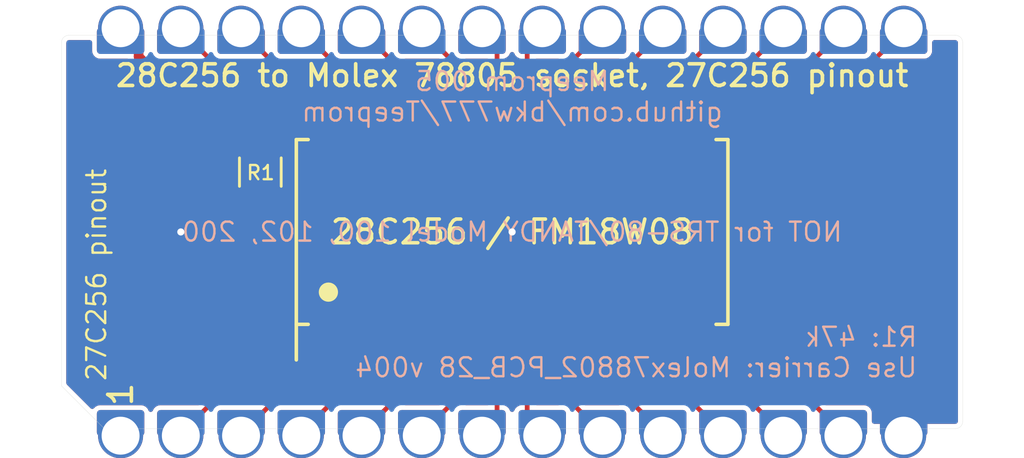
<source format=kicad_pcb>
(kicad_pcb (version 20211014) (generator pcbnew)
  (title_block (title "Meeprom") (date "2022-12-22") (rev "005") (company "Brian K. White b.kenyon.w@gmail.com") (comment 1 "CC-BY-SA") (comment 2 "github.com/bkw777/Teeprom") (comment 3 "28C256 to Molex 78805 socket with 27C256 pinout"))
  (layers (0 "F.Cu" signal "Top") (31 "B.Cu" signal "Bottom") (34 "B.Paste" user) (35 "F.Paste" user) (36 "B.SilkS" user "B.Silkscreen") (37 "F.SilkS" user "F.Silkscreen") (38 "B.Mask" user) (39 "F.Mask" user) (44 "Edge.Cuts" user))
  (net 0 "")
  (net 1 "/D3")
  (net 2 "/A10")
  (net 3 "/D4")
  (net 4 "/A7")
  (net 5 "/D5")
  (net 6 "/A6")
  (net 7 "/D6")
  (net 8 "/A5")
  (net 9 "/D7")
  (net 10 "/A4")
  (net 11 "/A11")
  (net 12 "/A3")
  (net 13 "/~{OE}")
  (net 14 "/A2")
  (net 15 "/A13")
  (net 16 "/A1")
  (net 17 "/A0")
  (net 18 "/A12")
  (net 19 "/D0")
  (net 20 "/A9")
  (net 21 "/D1")
  (net 22 "/A8")
  (net 23 "/D2")
  (net 24 "/~{CE}")
  (net 25 "/A14")
  (net 26 "/~{WE}")
  (net 27 "VCC")
  (net 28 "GND")
  (footprint "000_LOCAL:SOIC-28W" (layer "F.Cu") (at 147.2184 99.187 90)
    (fp_text reference "U1" hide)
    (fp_text value "28C256 / FM18W08" (at 0 0) (layer "F.SilkS"))
    (fp_line (start 3.9 9.1) (end 3.9 8.6) (layer "F.SilkS") (width 0.15))
    (fp_line (start 3.9 -9.1) (end 3.9 -8.6) (layer "F.SilkS") (width 0.15))
    (fp_line (start -3.9 9.1) (end -3.9 8.6) (layer "F.SilkS") (width 0.15))
    (fp_line (start -5.4 -9.1) (end 3.9 -9.1) (layer "F.SilkS") (width 0.15))
    (fp_line (start -3.9 9.1) (end 3.9 9.1) (layer "F.SilkS") (width 0.15))
    (fp_line (start -3.9 -9.1) (end -3.9 -8.6) (layer "F.SilkS") (width 0.15))
    (fp_circle (center -2.54 -7.747) (end -2.3368 -7.747) (layer "F.SilkS") (width 0.4064) (fill none))
    (pad "1" smd roundrect locked (at -4.7 -8.255 90) (size 1.5 0.6) (layers "F.Cu" "F.Paste" "F.Mask") (net 25 "/A14"))
    (pad "2" smd roundrect locked (at -4.7 -6.985 90) (size 1.5 0.6) (layers "F.Cu" "F.Paste" "F.Mask") (net 18 "/A12"))
    (pad "3" smd roundrect locked (at -4.7 -5.715 90) (size 1.5 0.6) (layers "F.Cu" "F.Paste" "F.Mask") (net 4 "/A7"))
    (pad "4" smd roundrect locked (at -4.7 -4.445 90) (size 1.5 0.6) (layers "F.Cu" "F.Paste" "F.Mask") (net 6 "/A6"))
    (pad "5" smd roundrect locked (at -4.7 -3.175 90) (size 1.5 0.6) (layers "F.Cu" "F.Paste" "F.Mask") (net 8 "/A5"))
    (pad "6" smd roundrect locked (at -4.7 -1.905 90) (size 1.5 0.6) (layers "F.Cu" "F.Paste" "F.Mask") (net 10 "/A4"))
    (pad "7" smd roundrect locked (at -4.7 -0.635 90) (size 1.5 0.6) (layers "F.Cu" "F.Paste" "F.Mask") (net 12 "/A3"))
    (pad "8" smd roundrect locked (at -4.7 0.635 90) (size 1.5 0.6) (layers "F.Cu" "F.Paste" "F.Mask") (net 14 "/A2"))
    (pad "9" smd roundrect locked (at -4.7 1.905 90) (size 1.5 0.6) (layers "F.Cu" "F.Paste" "F.Mask") (net 16 "/A1"))
    (pad "10" smd roundrect locked (at -4.7 3.175 90) (size 1.5 0.6) (layers "F.Cu" "F.Paste" "F.Mask") (net 17 "/A0"))
    (pad "11" smd roundrect locked (at -4.7 4.445 90) (size 1.5 0.6) (layers "F.Cu" "F.Paste" "F.Mask") (net 19 "/D0"))
    (pad "12" smd roundrect locked (at -4.7 5.715 90) (size 1.5 0.6) (layers "F.Cu" "F.Paste" "F.Mask") (net 21 "/D1"))
    (pad "13" smd roundrect locked (at -4.7 6.985 90) (size 1.5 0.6) (layers "F.Cu" "F.Paste" "F.Mask") (net 23 "/D2"))
    (pad "14" smd roundrect locked (at -4.7 8.255 90) (size 1.5 0.6) (layers "F.Cu" "F.Paste" "F.Mask") (net 28 "GND"))
    (pad "15" smd roundrect locked (at 4.7 8.255 90) (size 1.5 0.6) (layers "F.Cu" "F.Paste" "F.Mask") (net 1 "/D3"))
    (pad "16" smd roundrect locked (at 4.7 6.985 90) (size 1.5 0.6) (layers "F.Cu" "F.Paste" "F.Mask") (net 3 "/D4"))
    (pad "17" smd roundrect locked (at 4.7 5.715 90) (size 1.5 0.6) (layers "F.Cu" "F.Paste" "F.Mask") (net 5 "/D5"))
    (pad "18" smd roundrect locked (at 4.7 4.445 90) (size 1.5 0.6) (layers "F.Cu" "F.Paste" "F.Mask") (net 7 "/D6"))
    (pad "19" smd roundrect locked (at 4.7 3.175 90) (size 1.5 0.6) (layers "F.Cu" "F.Paste" "F.Mask") (net 9 "/D7"))
    (pad "20" smd roundrect locked (at 4.7 1.905 90) (size 1.5 0.6) (layers "F.Cu" "F.Paste" "F.Mask") (net 24 "/~{CE}"))
    (pad "21" smd roundrect locked (at 4.7 0.635 90) (size 1.5 0.6) (layers "F.Cu" "F.Paste" "F.Mask") (net 2 "/A10"))
    (pad "22" smd roundrect locked (at 4.7 -0.635 90) (size 1.5 0.6) (layers "F.Cu" "F.Paste" "F.Mask") (net 13 "/~{OE}"))
    (pad "23" smd roundrect locked (at 4.7 -1.905 90) (size 1.5 0.6) (layers "F.Cu" "F.Paste" "F.Mask") (net 11 "/A11"))
    (pad "24" smd roundrect locked (at 4.7 -3.175 90) (size 1.5 0.6) (layers "F.Cu" "F.Paste" "F.Mask") (net 20 "/A9"))
    (pad "25" smd roundrect locked (at 4.7 -4.445 90) (size 1.5 0.6) (layers "F.Cu" "F.Paste" "F.Mask") (net 22 "/A8"))
    (pad "26" smd roundrect locked (at 4.7 -5.715 90) (size 1.5 0.6) (layers "F.Cu" "F.Paste" "F.Mask") (net 15 "/A13"))
    (pad "27" smd roundrect locked (at 4.7 -6.985 90) (size 1.5 0.6) (layers "F.Cu" "F.Paste" "F.Mask") (net 26 "/~{WE}"))
    (pad "28" smd roundrect locked (at 4.7 -8.255 90) (size 1.5 0.6) (layers "F.Cu" "F.Paste" "F.Mask") (net 27 "VCC"))
  )
  (footprint "000_LOCAL:R_0805" (layer "F.Cu") (at 136.6012 96.6597 90)
    (fp_text reference "R1" (at -0.0273 0.0127 unlocked) (layer "F.SilkS") (effects (font (size 0.6 0.6) (thickness 0.1))))
    (fp_text value "47k")
    (fp_line (start 0.6 0.88) (end -0.6 0.88) (layer "F.SilkS") (width 0.12))
    (fp_line (start -0.6 -0.88) (end 0.6 -0.88) (layer "F.SilkS") (width 0.12))
    (pad "1" smd roundrect locked (at -0.95 0 90) (size 0.7 1.3) (layers "F.Cu" "F.Paste" "F.Mask") (roundrect_rratio 0.1) (net 26 "/~{WE}"))
    (pad "2" smd roundrect locked (at 0.95 0 90) (size 0.7 1.3) (layers "F.Cu" "F.Paste" "F.Mask") (roundrect_rratio 0.1) (net 27 "VCC"))
  )
  (footprint "000_LOCAL:Molex78802_PCB_28" (layer "F.Cu") (at 147.2184 99.187 90)
    (fp_text reference "J1" hide)
    (fp_text value "Molex 78805 socket with 27C256 pinout" hide)
    (fp_line (start 8.3 18.7) (end 8.3 -18.7) (layer "Edge.Cuts") (width 0.01))
    (fp_line (start -8 19) (end 8 19) (layer "Edge.Cuts") (width 0.01))
    (fp_line (start 8 -19) (end -6.5 -19) (layer "Edge.Cuts") (width 0.01))
    (fp_line (start -8.3 18.7) (end -8.3 -17.2) (layer "Edge.Cuts") (width 0.01))
    (fp_line (start -6.5 -19) (end -8.3 -17.2) (layer "Edge.Cuts") (width 0.01))
    (fp_arc (start 8 -19) (mid 8.212132 -18.912132) (end 8.3 -18.7) (layer "Edge.Cuts") (width 0.01))
    (fp_arc (start -8 19) (mid -8.212132 18.912132) (end -8.3 18.7) (layer "Edge.Cuts") (width 0.01))
    (fp_arc (start 8.3 18.7) (mid 8.212132 18.912132) (end 8 19) (layer "Edge.Cuts") (width 0.01))
    (pad "1" smd roundrect (at -8.0645 -16.51 90) (size 1.1 2) (layers "F.Cu") (roundrect_rratio 0.1363636364))
    (pad "1" thru_hole circle (at -8.6002 -16.51 90) (size 1.9 1.9) (drill 1.6) (property pad_prop_castellated) (layers *.Cu *.Mask))
    (pad "1" smd roundrect (at -8.0645 -16.51 90) (size 1.1 2) (layers "B.Cu") (roundrect_rratio 0.1363636364))
    (pad "2" thru_hole circle (at -8.6002 -13.97 90) (size 1.9 1.9) (drill 1.6) (property pad_prop_castellated) (layers *.Cu *.Mask) (net 18 "/A12"))
    (pad "2" smd roundrect (at -8.0645 -13.97 90) (size 1.1 2) (layers "F.Cu") (roundrect_rratio 0.1363636364) (net 18 "/A12"))
    (pad "2" smd roundrect (at -8.0645 -13.97 90) (size 1.1 2) (layers "B.Cu") (roundrect_rratio 0.1363636364) (net 18 "/A12"))
    (pad "3" smd roundrect (at -8.0645 -11.43 90) (size 1.1 2) (layers "B.Cu") (roundrect_rratio 0.1363636364) (net 4 "/A7"))
    (pad "3" thru_hole circle (at -8.6002 -11.43 90) (size 1.9 1.9) (drill 1.6) (property pad_prop_castellated) (layers *.Cu *.Mask) (net 4 "/A7"))
    (pad "3" smd roundrect (at -8.0645 -11.43 90) (size 1.1 2) (layers "F.Cu") (roundrect_rratio 0.1363636364) (net 4 "/A7"))
    (pad "4" thru_hole circle (at -8.6002 -8.89 90) (size 1.9 1.9) (drill 1.6) (property pad_prop_castellated) (layers *.Cu *.Mask) (net 6 "/A6"))
    (pad "4" smd roundrect (at -8.0645 -8.89 90) (size 1.1 2) (layers "F.Cu") (roundrect_rratio 0.1363636364) (net 6 "/A6"))
    (pad "4" smd roundrect (at -8.0645 -8.89 90) (size 1.1 2) (layers "B.Cu") (roundrect_rratio 0.1363636364) (net 6 "/A6"))
    (pad "5" smd roundrect (at -8.0645 -6.35 90) (size 1.1 2) (layers "F.Cu") (roundrect_rratio 0.1363636364) (net 8 "/A5"))
    (pad "5" smd roundrect (at -8.0645 -6.35 90) (size 1.1 2) (layers "B.Cu") (roundrect_rratio 0.1363636364) (net 8 "/A5"))
    (pad "5" thru_hole circle (at -8.6002 -6.35 90) (size 1.9 1.9) (drill 1.6) (property pad_prop_castellated) (layers *.Cu *.Mask) (net 8 "/A5"))
    (pad "6" smd roundrect (at -8.0645 -3.81 90) (size 1.1 2) (layers "B.Cu") (roundrect_rratio 0.1363636364) (net 10 "/A4"))
    (pad "6" thru_hole circle (at -8.6002 -3.81 90) (size 1.9 1.9) (drill 1.6) (property pad_prop_castellated) (layers *.Cu *.Mask) (net 10 "/A4"))
    (pad "6" smd roundrect (at -8.0645 -3.81 90) (size 1.1 2) (layers "F.Cu") (roundrect_rratio 0.1363636364) (net 10 "/A4"))
    (pad "7" thru_hole circle (at -8.6002 -1.27 90) (size 1.9 1.9) (drill 1.6) (property pad_prop_castellated) (layers *.Cu *.Mask) (net 12 "/A3"))
    (pad "7" smd roundrect (at -8.0645 -1.27 90) (size 1.1 2) (layers "B.Cu") (roundrect_rratio 0.1363636364) (net 12 "/A3"))
    (pad "7" smd roundrect (at -8.0645 -1.27 90) (size 1.1 2) (layers "F.Cu") (roundrect_rratio 0.1363636364) (net 12 "/A3"))
    (pad "8" thru_hole circle (at -8.6002 1.27 90) (size 1.9 1.9) (drill 1.6) (property pad_prop_castellated) (layers *.Cu *.Mask) (net 14 "/A2"))
    (pad "8" smd roundrect (at -8.0645 1.27 90) (size 1.1 2) (layers "F.Cu") (roundrect_rratio 0.1363636364) (net 14 "/A2"))
    (pad "8" smd roundrect (at -8.0645 1.27 90) (size 1.1 2) (layers "B.Cu") (roundrect_rratio 0.1363636364) (net 14 "/A2"))
    (pad "9" thru_hole circle (at -8.6002 3.81 90) (size 1.9 1.9) (drill 1.6) (property pad_prop_castellated) (layers *.Cu *.Mask) (net 16 "/A1"))
    (pad "9" smd roundrect (at -8.0645 3.81 90) (size 1.1 2) (layers "B.Cu") (roundrect_rratio 0.1363636364) (net 16 "/A1"))
    (pad "9" smd roundrect (at -8.0645 3.81 90) (size 1.1 2) (layers "F.Cu") (roundrect_rratio 0.1363636364) (net 16 "/A1"))
    (pad "10" smd roundrect (at -8.0645 6.35 90) (size 1.1 2) (layers "B.Cu") (roundrect_rratio 0.1363636364) (net 17 "/A0"))
    (pad "10" smd roundrect (at -8.0645 6.35 90) (size 1.1 2) (layers "F.Cu") (roundrect_rratio 0.1363636364) (net 17 "/A0"))
    (pad "10" thru_hole circle (at -8.6002 6.35 90) (size 1.9 1.9) (drill 1.6) (property pad_prop_castellated) (layers *.Cu *.Mask) (net 17 "/A0"))
    (pad "11" smd roundrect (at -8.0645 8.89 90) (size 1.1 2) (layers "B.Cu") (roundrect_rratio 0.1363636364) (net 19 "/D0"))
    (pad "11" smd roundrect (at -8.0645 8.89 90) (size 1.1 2) (layers "F.Cu") (roundrect_rratio 0.1363636364) (net 19 "/D0"))
    (pad "11" thru_hole circle (at -8.6002 8.89 90) (size 1.9 1.9) (drill 1.6) (property pad_prop_castellated) (layers *.Cu *.Mask) (net 19 "/D0"))
    (pad "12" smd roundrect (at -8.0645 11.43 90) (size 1.1 2) (layers "B.Cu") (roundrect_rratio 0.1363636364) (net 21 "/D1"))
    (pad "12" thru_hole circle (at -8.6002 11.43 90) (size 1.9 1.9) (drill 1.6) (property pad_prop_castellated) (layers *.Cu *.Mask) (net 21 "/D1"))
    (pad "12" smd roundrect (at -8.0645 11.43 90) (size 1.1 2) (layers "F.Cu") (roundrect_rratio 0.1363636364) (net 21 "/D1"))
    (pad "13" smd roundrect (at -8.0645 13.97 90) (size 1.1 2) (layers "B.Cu") (roundrect_rratio 0.1363636364) (net 23 "/D2"))
    (pad "13" thru_hole circle (at -8.6002 13.97 90) (size 1.9 1.9) (drill 1.6) (property pad_prop_castellated) (layers *.Cu *.Mask) (net 23 "/D2"))
    (pad "13" smd roundrect (at -8.0645 13.97 90) (size 1.1 2) (layers "F.Cu") (roundrect_rratio 0.1363636364) (net 23 "/D2"))
    (pad "14" thru_hole circle (at -8.6002 16.51 90) (size 1.9 1.9) (drill 1.6) (property pad_prop_castellated) (layers *.Cu *.Mask) (net 28 "GND"))
    (pad "14" smd roundrect (at -8.0645 16.51 90) (size 1.1 2) (layers "F.Cu") (roundrect_rratio 0.1363636364) (net 28 "GND"))
    (pad "14" smd roundrect (at -8.0645 16.51 90) (size 1.1 2) (layers "B.Cu") (roundrect_rratio 0.1363636364) (net 28 "GND"))
    (pad "15" smd roundrect (at 8.0645 16.51 90) (size 1.1 2) (layers "B.Cu") (roundrect_rratio 0.1363636364) (net 1 "/D3"))
    (pad "15" smd roundrect (at 8.0645 16.51 90) (size 1.1 2) (layers "F.Cu") (roundrect_rratio 0.1363636364) (net 1 "/D3"))
    (pad "15" thru_hole circle (at 8.6002 16.51 90) (size 1.9 1.9) (drill 1.6) (property pad_prop_castellated) (layers *.Cu *.Mask) (net 1 "/D3"))
    (pad "16" smd roundrect (at 8.0645 13.97 90) (size 1.1 2) (layers "B.Cu") (roundrect_rratio 0.1363636364) (net 3 "/D4"))
    (pad "16" smd roundrect (at 8.0645 13.97 90) (size 1.1 2) (layers "F.Cu") (roundrect_rratio 0.1363636364) (net 3 "/D4"))
    (pad "16" thru_hole circle (at 8.6002 13.97 90) (size 1.9 1.9) (drill 1.6) (property pad_prop_castellated) (layers *.Cu *.Mask) (net 3 "/D4"))
    (pad "17" smd roundrect (at 8.0645 11.43 90) (size 1.1 2) (layers "F.Cu") (roundrect_rratio 0.1363636364) (net 5 "/D5"))
    (pad "17" thru_hole circle (at 8.6002 11.43 90) (size 1.9 1.9) (drill 1.6) (property pad_prop_castellated) (layers *.Cu *.Mask) (net 5 "/D5"))
    (pad "17" smd roundrect (at 8.0645 11.43 90) (size 1.1 2) (layers "B.Cu") (roundrect_rratio 0.1363636364) (net 5 "/D5"))
    (pad "18" thru_hole circle (at 8.6002 8.89 90) (size 1.9 1.9) (drill 1.6) (property pad_prop_castellated) (layers *.Cu *.Mask) (net 7 "/D6"))
    (pad "18" smd roundrect (at 8.0645 8.89 90) (size 1.1 2) (layers "F.Cu") (roundrect_rratio 0.1363636364) (net 7 "/D6"))
    (pad "18" smd roundrect (at 8.0645 8.89 90) (size 1.1 2) (layers "B.Cu") (roundrect_rratio 0.1363636364) (net 7 "/D6"))
    (pad "19" smd roundrect (at 8.0645 6.35 90) (size 1.1 2) (layers "B.Cu") (roundrect_rratio 0.1363636364) (net 9 "/D7"))
    (pad "19" smd roundrect (at 8.0645 6.35 90) (size 1.1 2) (layers "F.Cu") (roundrect_rratio 0.1363636364) (net 9 "/D7"))
    (pad "19" thru_hole circle (at 8.6002 6.35 90) (size 1.9 1.9) (drill 1.6) (property pad_prop_castellated) (layers *.Cu *.Mask) (net 9 "/D7"))
    (pad "20" thru_hole circle (at 8.6002 3.81 90) (size 1.9 1.9) (drill 1.6) (property pad_prop_castellated) (layers *.Cu *.Mask) (net 24 "/~{CE}"))
    (pad "20" smd roundrect (at 8.0645 3.81 90) (size 1.1 2) (layers "F.Cu") (roundrect_rratio 0.1363636364) (net 24 "/~{CE}"))
    (pad "20" smd roundrect (at 8.0645 3.81 90) (size 1.1 2) (layers "B.Cu") (roundrect_rratio 0.1363636364) (net 24 "/~{CE}"))
    (pad "21" smd roundrect (at 8.0645 1.27 90) (size 1.1 2) (layers "B.Cu") (roundrect_rratio 0.1363636364) (net 2 "/A10"))
    (pad "21" thru_hole circle (at 8.6002 1.27 90) (size 1.9 1.9) (drill 1.6) (property pad_prop_castellated) (layers *.Cu *.Mask) (net 2 "/A10"))
    (pad "21" smd roundrect (at 8.0645 1.27 90) (size 1.1 2) (layers "F.Cu") (roundrect_rratio 0.1363636364) (net 2 "/A10"))
    (pad "22" thru_hole circle (at 8.6002 -1.27 90) (size 1.9 1.9) (drill 1.6) (property pad_prop_castellated) (layers *.Cu *.Mask) (net 13 "/~{OE}"))
    (pad "22" smd roundrect (at 8.0645 -1.27 90) (size 1.1 2) (layers "B.Cu") (roundrect_rratio 0.1363636364) (net 13 "/~{OE}"))
    (pad "22" smd roundrect (at 8.0645 -1.27 90) (size 1.1 2) (layers "F.Cu") (roundrect_rratio 0.1363636364) (net 13 "/~{OE}"))
    (pad "23" smd roundrect (at 8.0645 -3.81 90) (size 1.1 2) (layers "B.Cu") (roundrect_rratio 0.1363636364) (net 11 "/A11"))
    (pad "23" smd roundrect (at 8.0645 -3.81 90) (size 1.1 2) (layers "F.Cu") (roundrect_rratio 0.1363636364) (net 11 "/A11"))
    (pad "23" thru_hole circle (at 8.6002 -3.81 90) (size 1.9 1.9) (drill 1.6) (property pad_prop_castellated) (layers *.Cu *.Mask) (net 11 "/A11"))
    (pad "24" smd roundrect (at 8.0645 -6.35 90) (size 1.1 2) (layers "B.Cu") (roundrect_rratio 0.1363636364) (net 20 "/A9"))
    (pad "24" smd roundrect (at 8.0645 -6.35 90) (size 1.1 2) (layers "F.Cu") (roundrect_rratio 0.1363636364) (net 20 "/A9"))
    (pad "24" thru_hole circle (at 8.6002 -6.35 90) (size 1.9 1.9) (drill 1.6) (property pad_prop_castellated) (layers *.Cu *.Mask) (net 20 "/A9"))
    (pad "25" smd roundrect (at 8.0645 -8.89 90) (size 1.1 2) (layers "B.Cu") (roundrect_rratio 0.1363636364) (net 22 "/A8"))
    (pad "25" smd roundrect (at 8.0645 -8.89 90) (size 1.1 2) (layers "F.Cu") (roundrect_rratio 0.1363636364) (net 22 "/A8"))
    (pad "25" thru_hole circle (at 8.6002 -8.89 90) (size 1.9 1.9) (drill 1.6) (property pad_prop_castellated) (layers *.Cu *.Mask) (net 22 "/A8"))
    (pad "26" smd roundrect (at 8.0645 -11.43 90) (size 1.1 2) (layers "B.Cu") (roundrect_rratio 0.1363636364) (net 15 "/A13"))
    (pad "26" thru_hole circle (at 8.6002 -11.43 90) (size 1.9 1.9) (drill 1.6) (property pad_prop_castellated) (layers *.Cu *.Mask) (net 15 "/A13"))
    (pad "26" smd roundrect (at 8.0645 -11.43 90) (size 1.1 2) (layers "F.Cu") (roundrect_rratio 0.1363636364) (net 15 "/A13"))
    (pad "27" smd roundrect (at 8.0645 -13.97 90) (size 1.1 2) (layers "B.Cu") (roundrect_rratio 0.1363636364) (net 25 "/A14"))
    (pad "27" thru_hole circle (at 8.6002 -13.97 90) (size 1.9 1.9) (drill 1.6) (property pad_prop_castellated) (layers *.Cu *.Mask) (net 25 "/A14"))
    (pad "27" smd roundrect (at 8.0645 -13.97 90) (size 1.1 2) (layers "F.Cu") (roundrect_rratio 0.1363636364) (net 25 "/A14"))
    (pad "28" smd roundrect (at 8.0645 -16.51 90) (size 1.1 2) (layers "B.Cu") (roundrect_rratio 0.1363636364) (net 27 "VCC"))
    (pad "28" smd roundrect (at 8.0645 -16.51 90) (size 1.1 2) (layers "F.Cu") (roundrect_rratio 0.1363636364) (net 27 "VCC"))
    (pad "28" thru_hole circle (at 8.6002 -16.51 90) (size 1.9 1.9) (drill 1.6) (property pad_prop_castellated) (layers *.Cu *.Mask) (net 27 "VCC"))
  )
  (gr_text "R1: ${00000000-0000-0000-0000-00005d22c129:VALUE}\nUse Carrier: Molex78802_PCB_28 v004" (at 164.3634 104.267) (layer "B.SilkS") (effects (font (size 0.8 0.8) (thickness 0.1)) (justify left mirror)))
  (gr_text "NOT for TRS-80/TANDY Model 100, 102, 200" (at 147.2184 99.187) (layer "B.SilkS") (effects (font (size 0.8 0.8) (thickness 0.1)) (justify mirror)))
  (gr_text "${TITLE} ${REVISION}\n${COMMENT2}" (at 147.2184 93.472) (layer "B.SilkS") (effects (font (size 0.8 0.8) (thickness 0.1)) (justify mirror)))
  (gr_text "1" (at 130.7084 106.045 90) (layer "F.SilkS") (effects (font (size 1 1))))
  (gr_text "28C256 to Molex 78805 socket, 27C256 pinout" (at 147.2184 92.587) (layer "F.SilkS") (effects (font (size 0.9144 0.9144) (thickness 0.1524))))
  (gr_text "27C256 pinout" (at 129.6924 105.537 90) (layer "F.SilkS") (effects (font (size 0.8 0.8) (thickness 0.1)) (justify left)))
  (segment (start 163.7284 90.5868) (end 163.7284 90.805) (width 0.2032) (layer "F.Cu") (net 1))
  (segment (start 163.6004 90.805) (end 159.9184 94.487) (width 0.2) (layer "F.Cu") (net 1))
  (segment (start 163.7284 90.805) (end 163.6004 90.805) (width 0.2) (layer "F.Cu") (net 1))
  (segment (start 159.9184 94.487) (end 155.4734 94.487) (width 0.2) (layer "F.Cu") (net 1))
  (segment (start 147.8534 91.222) (end 148.4884 90.587) (width 0.2032) (layer "F.Cu") (net 2))
  (segment (start 147.8534 94.487) (end 147.8534 91.222) (width 0.2) (layer "F.Cu") (net 2))
  (segment (start 148.4884 90.587) (end 148.4884 90.5868) (width 0.2032) (layer "F.Cu") (net 2))
  (segment (start 154.2034 94.0435) (end 155.0099 93.237) (width 0.2) (layer "F.Cu") (net 3))
  (segment (start 154.2034 94.487) (end 154.2034 94.0435) (width 0.2) (layer "F.Cu") (net 3))
  (segment (start 158.6184 93.237) (end 161.1884 90.667) (width 0.2) (layer "F.Cu") (net 3))
  (segment (start 155.0099 93.237) (end 158.6184 93.237) (width 0.2) (layer "F.Cu") (net 3))
  (segment (start 161.1884 90.667) (end 161.1884 90.5868) (width 0.2) (layer "F.Cu") (net 3))
  (segment (start 140.1469 105.687) (end 141.5034 104.3305) (width 0.2) (layer "F.Cu") (net 4))
  (segment (start 135.7884 107.717) (end 137.8184 105.687) (width 0.2) (layer "F.Cu") (net 4))
  (segment (start 135.7884 107.7872) (end 135.7884 107.717) (width 0.2) (layer "F.Cu") (net 4))
  (segment (start 137.8184 105.687) (end 140.1469 105.687) (width 0.2) (layer "F.Cu") (net 4))
  (segment (start 141.5034 104.3305) (end 141.5034 103.887) (width 0.2) (layer "F.Cu") (net 4))
  (segment (start 158.6484 90.5868) (end 158.6484 90.657) (width 0.2032) (layer "F.Cu") (net 5))
  (segment (start 154.2899 92.687) (end 152.9334 94.0435) (width 0.2032) (layer "F.Cu") (net 5))
  (segment (start 152.9334 94.0435) (end 152.9334 94.487) (width 0.2032) (layer "F.Cu") (net 5))
  (segment (start 156.6184 92.687) (end 154.2899 92.687) (width 0.2032) (layer "F.Cu") (net 5))
  (segment (start 158.6484 90.657) (end 156.6184 92.687) (width 0.2032) (layer "F.Cu") (net 5))
  (segment (start 142.7734 104.3305) (end 140.8669 106.237) (width 0.2) (layer "F.Cu") (net 6))
  (segment (start 140.8669 106.237) (end 139.7684 106.237) (width 0.2) (layer "F.Cu") (net 6))
  (segment (start 139.7684 106.237) (end 138.3284 107.677) (width 0.2) (layer "F.Cu") (net 6))
  (segment (start 142.7734 103.887) (end 142.7734 104.3305) (width 0.2) (layer "F.Cu") (net 6))
  (segment (start 138.3284 107.677) (end 138.3284 107.7872) (width 0.2) (layer "F.Cu") (net 6))
  (segment (start 153.5699 92.137) (end 154.6474 92.137) (width 0.2) (layer "F.Cu") (net 7))
  (segment (start 154.6474 92.137) (end 156.1084 90.676) (width 0.2) (layer "F.Cu") (net 7))
  (segment (start 151.6634 94.0435) (end 153.5699 92.137) (width 0.2) (layer "F.Cu") (net 7))
  (segment (start 151.6634 94.487) (end 151.6634 94.0435) (width 0.2) (layer "F.Cu") (net 7))
  (segment (start 156.1084 90.676) (end 156.1084 90.5868) (width 0.2) (layer "F.Cu") (net 7))
  (segment (start 140.8684 107.687) (end 143.8684 104.687) (width 0.2) (layer "F.Cu") (net 8))
  (segment (start 140.8684 107.7872) (end 140.8684 107.687) (width 0.2) (layer "F.Cu") (net 8))
  (segment (start 143.8684 104.687) (end 143.8684 104.062) (width 0.2) (layer "F.Cu") (net 8))
  (segment (start 143.8684 104.062) (end 144.0434 103.887) (width 0.2) (layer "F.Cu") (net 8))
  (segment (start 150.5684 93.687) (end 150.5684 94.312) (width 0.2) (layer "F.Cu") (net 9))
  (segment (start 153.5684 90.805) (end 153.4504 90.805) (width 0.2) (layer "F.Cu") (net 9))
  (segment (start 153.4504 90.805) (end 150.5684 93.687) (width 0.2) (layer "F.Cu") (net 9))
  (segment (start 150.5684 94.312) (end 150.3934 94.487) (width 0.2) (layer "F.Cu") (net 9))
  (segment (start 153.5684 90.5868) (end 153.5684 90.805) (width 0.2032) (layer "F.Cu") (net 9))
  (segment (start 143.4084 107.697) (end 145.3134 105.792) (width 0.2) (layer "F.Cu") (net 10))
  (segment (start 145.3134 105.792) (end 145.3134 103.887) (width 0.2) (layer "F.Cu") (net 10))
  (segment (start 143.4084 107.7872) (end 143.4084 107.697) (width 0.2) (layer "F.Cu") (net 10))
  (segment (start 145.3134 94.487) (end 145.3134 92.582) (width 0.2) (layer "F.Cu") (net 11))
  (segment (start 145.3134 92.582) (end 143.511 90.7796) (width 0.2) (layer "F.Cu") (net 11))
  (segment (start 143.511 90.7796) (end 143.4084 90.7796) (width 0.2) (layer "F.Cu") (net 11))
  (segment (start 143.4084 90.7796) (end 143.4084 90.5868) (width 0.2032) (layer "F.Cu") (net 11))
  (segment (start 145.9484 107.7872) (end 145.9484 107.2515) (width 0.2032) (layer "F.Cu") (net 12))
  (segment (start 146.5834 107.1522) (end 146.5834 103.887) (width 0.2) (layer "F.Cu") (net 12))
  (segment (start 145.9484 107.7872) (end 146.5834 107.1522) (width 0.2) (layer "F.Cu") (net 12))
  (segment (start 145.9484 90.587) (end 145.9484 90.5868) (width 0.2032) (layer "F.Cu") (net 13))
  (segment (start 146.5834 94.487) (end 146.5834 91.222) (width 0.2) (layer "F.Cu") (net 13))
  (segment (start 146.5834 91.222) (end 145.9484 90.587) (width 0.2032) (layer "F.Cu") (net 13))
  (segment (start 147.8534 107.1522) (end 147.8534 103.887) (width 0.2) (layer "F.Cu") (net 14))
  (segment (start 148.4884 107.7872) (end 147.8534 107.1522) (width 0.2) (layer "F.Cu") (net 14))
  (segment (start 141.5034 93.2815) (end 140.9089 92.687) (width 0.2) (layer "F.Cu") (net 15))
  (segment (start 141.5034 94.487) (end 141.5034 93.2815) (width 0.2) (layer "F.Cu") (net 15))
  (segment (start 140.9089 92.687) (end 137.7944 92.687) (width 0.2) (layer "F.Cu") (net 15))
  (segment (start 137.7944 92.687) (end 135.7884 90.681) (width 0.2) (layer "F.Cu") (net 15))
  (segment (start 135.7884 90.681) (end 135.7884 90.5868) (width 0.2) (layer "F.Cu") (net 15))
  (segment (start 151.0284 107.7872) (end 151.0284 107.569) (width 0.2032) (layer "F.Cu") (net 16))
  (segment (start 149.1234 105.792) (end 149.1234 103.887) (width 0.2) (layer "F.Cu") (net 16))
  (segment (start 151.0284 107.569) (end 150.9004 107.569) (width 0.2) (layer "F.Cu") (net 16))
  (segment (start 150.9004 107.569) (end 149.1234 105.792) (width 0.2) (layer "F.Cu") (net 16))
  (segment (start 150.5684 104.687) (end 150.5684 104.062) (width 0.2) (layer "F.Cu") (net 17))
  (segment (start 153.5684 107.7872) (end 153.5684 107.5309) (width 0.2032) (layer "F.Cu") (net 17))
  (segment (start 150.5684 104.062) (end 150.3934 103.887) (width 0.2) (layer "F.Cu") (net 17))
  (segment (start 153.4123 107.5309) (end 150.5684 104.687) (width 0.2) (layer "F.Cu") (net 17))
  (segment (start 153.5684 107.5309) (end 153.4123 107.5309) (width 0.2) (layer "F.Cu") (net 17))
  (segment (start 140.2334 103.887) (end 140.2334 104.3305) (width 0.2) (layer "F.Cu") (net 18))
  (segment (start 140.2334 104.3305) (end 139.4269 105.137) (width 0.2) (layer "F.Cu") (net 18))
  (segment (start 135.8184 105.137) (end 133.2484 107.707) (width 0.2) (layer "F.Cu") (net 18))
  (segment (start 133.2484 107.707) (end 133.2484 107.7872) (width 0.2) (layer "F.Cu") (net 18))
  (segment (start 139.4269 105.137) (end 135.8184 105.137) (width 0.2) (layer "F.Cu") (net 18))
  (segment (start 151.6634 104.3305) (end 153.5699 106.237) (width 0.2) (layer "F.Cu") (net 19))
  (segment (start 151.6634 103.887) (end 151.6634 104.3305) (width 0.2) (layer "F.Cu") (net 19))
  (segment (start 156.1084 107.677) (end 156.1084 107.7872) (width 0.2) (layer "F.Cu") (net 19))
  (segment (start 154.6684 106.237) (end 156.1084 107.677) (width 0.2) (layer "F.Cu") (net 19))
  (segment (start 153.5699 106.237) (end 154.6684 106.237) (width 0.2) (layer "F.Cu") (net 19))
  (segment (start 144.0434 94.487) (end 143.8684 94.312) (width 0.2) (layer "F.Cu") (net 20))
  (segment (start 140.8684 90.687) (end 140.8684 90.5868) (width 0.2) (layer "F.Cu") (net 20))
  (segment (start 143.8684 93.687) (end 140.8684 90.687) (width 0.2) (layer "F.Cu") (net 20))
  (segment (start 143.8684 94.312) (end 143.8684 93.687) (width 0.2) (layer "F.Cu") (net 20))
  (segment (start 158.5131 107.5817) (end 156.6184 105.687) (width 0.2) (layer "F.Cu") (net 21))
  (segment (start 158.6484 107.7872) (end 158.6484 107.5817) (width 0.2032) (layer "F.Cu") (net 21))
  (segment (start 158.6484 107.5817) (end 158.5131 107.5817) (width 0.2) (layer "F.Cu") (net 21))
  (segment (start 154.2899 105.687) (end 152.9334 104.3305) (width 0.2) (layer "F.Cu") (net 21))
  (segment (start 156.6184 105.687) (end 154.2899 105.687) (width 0.2) (layer "F.Cu") (net 21))
  (segment (start 152.9334 104.3305) (end 152.9334 103.887) (width 0.2) (layer "F.Cu") (net 21))
  (segment (start 139.79575 92.137) (end 141.1844 92.137) (width 0.2) (layer "F.Cu") (net 22))
  (segment (start 138.45105 90.7923) (end 139.79575 92.137) (width 0.2) (layer "F.Cu") (net 22))
  (segment (start 142.6184 94.332) (end 142.7734 94.487) (width 0.2) (layer "F.Cu") (net 22))
  (segment (start 142.6184 93.571) (end 142.6184 94.332) (width 0.2) (layer "F.Cu") (net 22))
  (segment (start 138.3284 90.5868) (end 138.3284 90.7923) (width 0.2032) (layer "F.Cu") (net 22))
  (segment (start 141.1844 92.137) (end 142.6184 93.571) (width 0.2) (layer "F.Cu") (net 22))
  (segment (start 138.3284 90.7923) (end 138.45105 90.7923) (width 0.2) (layer "F.Cu") (net 22))
  (segment (start 154.2034 103.887) (end 154.2034 104.322) (width 0.2) (layer "F.Cu") (net 23))
  (segment (start 161.1884 107.707) (end 161.1884 107.7872) (width 0.2) (layer "F.Cu") (net 23))
  (segment (start 155.0184 105.137) (end 158.6184 105.137) (width 0.2) (layer "F.Cu") (net 23))
  (segment (start 154.2034 104.322) (end 155.0184 105.137) (width 0.2) (layer "F.Cu") (net 23))
  (segment (start 158.6184 105.137) (end 161.1884 107.707) (width 0.2) (layer "F.Cu") (net 23))
  (segment (start 150.9004 90.805) (end 151.0284 90.805) (width 0.2) (layer "F.Cu") (net 24))
  (segment (start 151.0284 90.805) (end 151.0284 90.5868) (width 0.2032) (layer "F.Cu") (net 24))
  (segment (start 149.1234 94.487) (end 149.1234 92.582) (width 0.2) (layer "F.Cu") (net 24))
  (segment (start 149.1234 92.582) (end 150.9004 90.805) (width 0.2) (layer "F.Cu") (net 24))
  (segment (start 133.2484 90.667) (end 133.2484 90.5868) (width 0.2) (layer "F.Cu") (net 25))
  (segment (start 138.9634 103.887) (end 138.9634 100.1395) (width 0.2) (layer "F.Cu") (net 25))
  (segment (start 140.6184 93.237) (end 135.8184 93.237) (width 0.2) (layer "F.Cu") (net 25))
  (segment (start 140.8684 98.2345) (end 140.8684 93.487) (width 0.2) (layer "F.Cu") (net 25))
  (segment (start 140.8684 93.487) (end 140.6184 93.237) (width 0.2) (layer "F.Cu") (net 25))
  (segment (start 138.9634 100.1395) (end 140.8684 98.2345) (width 0.2) (layer "F.Cu") (net 25))
  (segment (start 135.8184 93.237) (end 133.2484 90.667) (width 0.2) (layer "F.Cu") (net 25))
  (segment (start 137.5562 97.6097) (end 136.6012 97.6097) (width 0.2) (layer "F.Cu") (net 26))
  (segment (start 140.2334 94.487) (end 140.2334 94.9325) (width 0.2) (layer "F.Cu") (net 26))
  (segment (start 140.2334 94.9325) (end 137.5562 97.6097) (width 0.2) (layer "F.Cu") (net 26))
  (segment (start 134.1684 94.487) (end 131.4684 91.787) (width 0.4064) (layer "F.Cu") (net 27))
  (segment (start 136.6002 94.487) (end 136.6002 95.7087) (width 0.2) (layer "F.Cu") (net 27))
  (segment (start 131.4684 91.787) (end 131.4684 91.3468) (width 0.4064) (layer "F.Cu") (net 27))
  (segment (start 136.6002 94.487) (end 134.1684 94.487) (width 0.4064) (layer "F.Cu") (net 27))
  (segment (start 136.6022 95.7087) (end 136.6012 95.7097) (width 0.2032) (layer "F.Cu") (net 27))
  (segment (start 131.4684 91.3468) (end 130.7084 90.5868) (width 0.4064) (layer "F.Cu") (net 27))
  (segment (start 138.9634 94.487) (end 136.6002 94.487) (width 0.4064) (layer "F.Cu") (net 27))
  (segment (start 136.6002 95.7087) (end 136.6012 95.7097) (width 0.2032) (layer "F.Cu") (net 27))
  (via (at 147.2184 99.187) (size 0.5) (drill 0.3) (layers "F.Cu" "B.Cu") (net 28))
  (via (at 133.2484 99.187) (size 0.5) (drill 0.3) (layers "F.Cu" "B.Cu") (net 28))
  (zone (net 28) (net_name "GND") (layer "F.Cu") (connect_pads yes (clearance 0.2)) (min_thickness 0.2) (fill yes (thermal_gap 0.2) (thermal_bridge_width 0.3) (smoothing fillet) (radius 0.1))
    (polygon (pts (xy 166.2184 90.887) (xy 166.2184 107.487) (xy 128.2184 107.487) (xy 128.2184 90.887)))
  )
  (zone (net 28) (net_name "GND") (layer "B.Cu") (connect_pads yes (clearance 0.2)) (min_thickness 0.2) (fill yes (thermal_gap 0.2) (thermal_bridge_width 0.3) (smoothing fillet) (radius 0.1))
    (polygon (pts (xy 166.2184 90.887) (xy 166.2184 107.487) (xy 128.2184 107.487) (xy 128.2184 90.887)))
  )
)
</source>
